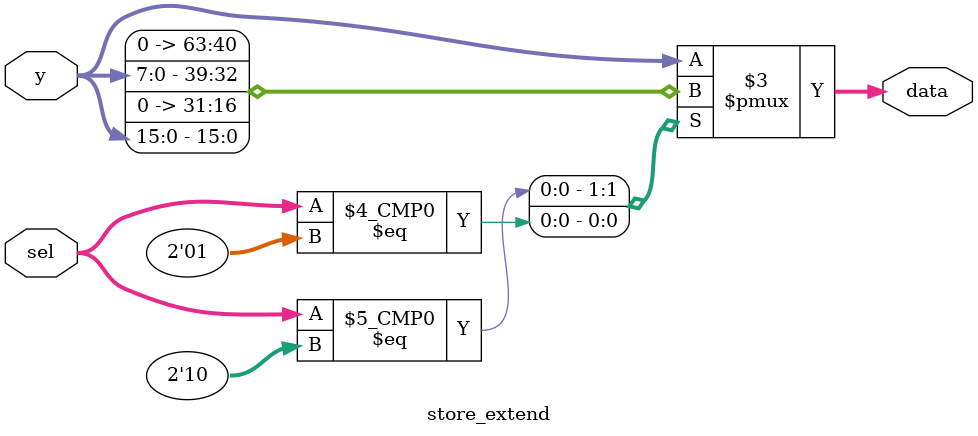
<source format=v>


module store_extend (
    input   [31:0] y,
    input   [1:0] sel,
    output reg [31:0] data
);

always @(*) begin
    case(sel)
        2'b00: data = y;
        2'b10: data = y[7:0];
        2'b01: data = {16'b0, y[15:0]};
        default: data = y;
    endcase
end

endmodule

</source>
